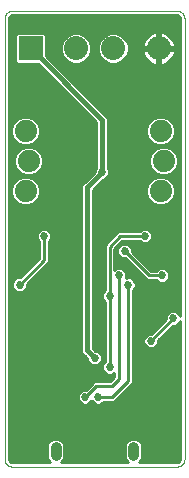
<source format=gbl>
G75*
%MOIN*%
%OFA0B0*%
%FSLAX25Y25*%
%IPPOS*%
%LPD*%
%AMOC8*
5,1,8,0,0,1.08239X$1,22.5*
%
%ADD10C,0.00000*%
%ADD11C,0.07400*%
%ADD12R,0.08000X0.08000*%
%ADD13C,0.08000*%
%ADD14C,0.03543*%
%ADD15C,0.01000*%
%ADD16C,0.02700*%
%ADD17C,0.01600*%
D10*
X0035095Y0032058D02*
X0035095Y0178933D01*
X0035097Y0179031D01*
X0035103Y0179129D01*
X0035112Y0179227D01*
X0035126Y0179324D01*
X0035143Y0179421D01*
X0035164Y0179517D01*
X0035189Y0179612D01*
X0035217Y0179706D01*
X0035250Y0179798D01*
X0035285Y0179890D01*
X0035325Y0179980D01*
X0035367Y0180068D01*
X0035414Y0180155D01*
X0035463Y0180239D01*
X0035516Y0180322D01*
X0035572Y0180402D01*
X0035632Y0180481D01*
X0035694Y0180557D01*
X0035759Y0180630D01*
X0035827Y0180701D01*
X0035898Y0180769D01*
X0035971Y0180834D01*
X0036047Y0180896D01*
X0036126Y0180956D01*
X0036206Y0181012D01*
X0036289Y0181065D01*
X0036373Y0181114D01*
X0036460Y0181161D01*
X0036548Y0181203D01*
X0036638Y0181243D01*
X0036730Y0181278D01*
X0036822Y0181311D01*
X0036916Y0181339D01*
X0037011Y0181364D01*
X0037107Y0181385D01*
X0037204Y0181402D01*
X0037301Y0181416D01*
X0037399Y0181425D01*
X0037497Y0181431D01*
X0037595Y0181433D01*
X0092595Y0181433D01*
X0092693Y0181431D01*
X0092791Y0181425D01*
X0092889Y0181416D01*
X0092986Y0181402D01*
X0093083Y0181385D01*
X0093179Y0181364D01*
X0093274Y0181339D01*
X0093368Y0181311D01*
X0093460Y0181278D01*
X0093552Y0181243D01*
X0093642Y0181203D01*
X0093730Y0181161D01*
X0093817Y0181114D01*
X0093901Y0181065D01*
X0093984Y0181012D01*
X0094064Y0180956D01*
X0094143Y0180896D01*
X0094219Y0180834D01*
X0094292Y0180769D01*
X0094363Y0180701D01*
X0094431Y0180630D01*
X0094496Y0180557D01*
X0094558Y0180481D01*
X0094618Y0180402D01*
X0094674Y0180322D01*
X0094727Y0180239D01*
X0094776Y0180155D01*
X0094823Y0180068D01*
X0094865Y0179980D01*
X0094905Y0179890D01*
X0094940Y0179798D01*
X0094973Y0179706D01*
X0095001Y0179612D01*
X0095026Y0179517D01*
X0095047Y0179421D01*
X0095064Y0179324D01*
X0095078Y0179227D01*
X0095087Y0179129D01*
X0095093Y0179031D01*
X0095095Y0178933D01*
X0095095Y0032058D01*
X0095093Y0031960D01*
X0095087Y0031862D01*
X0095078Y0031764D01*
X0095064Y0031667D01*
X0095047Y0031570D01*
X0095026Y0031474D01*
X0095001Y0031379D01*
X0094973Y0031285D01*
X0094940Y0031193D01*
X0094905Y0031101D01*
X0094865Y0031011D01*
X0094823Y0030923D01*
X0094776Y0030836D01*
X0094727Y0030752D01*
X0094674Y0030669D01*
X0094618Y0030589D01*
X0094558Y0030510D01*
X0094496Y0030434D01*
X0094431Y0030361D01*
X0094363Y0030290D01*
X0094292Y0030222D01*
X0094219Y0030157D01*
X0094143Y0030095D01*
X0094064Y0030035D01*
X0093984Y0029979D01*
X0093901Y0029926D01*
X0093817Y0029877D01*
X0093730Y0029830D01*
X0093642Y0029788D01*
X0093552Y0029748D01*
X0093460Y0029713D01*
X0093368Y0029680D01*
X0093274Y0029652D01*
X0093179Y0029627D01*
X0093083Y0029606D01*
X0092986Y0029589D01*
X0092889Y0029575D01*
X0092791Y0029566D01*
X0092693Y0029560D01*
X0092595Y0029558D01*
X0037595Y0029558D01*
X0037497Y0029560D01*
X0037399Y0029566D01*
X0037301Y0029575D01*
X0037204Y0029589D01*
X0037107Y0029606D01*
X0037011Y0029627D01*
X0036916Y0029652D01*
X0036822Y0029680D01*
X0036730Y0029713D01*
X0036638Y0029748D01*
X0036548Y0029788D01*
X0036460Y0029830D01*
X0036373Y0029877D01*
X0036289Y0029926D01*
X0036206Y0029979D01*
X0036126Y0030035D01*
X0036047Y0030095D01*
X0035971Y0030157D01*
X0035898Y0030222D01*
X0035827Y0030290D01*
X0035759Y0030361D01*
X0035694Y0030434D01*
X0035632Y0030510D01*
X0035572Y0030589D01*
X0035516Y0030669D01*
X0035463Y0030752D01*
X0035414Y0030836D01*
X0035367Y0030923D01*
X0035325Y0031011D01*
X0035285Y0031101D01*
X0035250Y0031193D01*
X0035217Y0031285D01*
X0035189Y0031379D01*
X0035164Y0031474D01*
X0035143Y0031570D01*
X0035126Y0031667D01*
X0035112Y0031764D01*
X0035103Y0031862D01*
X0035097Y0031960D01*
X0035095Y0032058D01*
D11*
X0042095Y0121433D03*
X0043095Y0131433D03*
X0042095Y0141433D03*
X0087095Y0141433D03*
X0088095Y0131433D03*
X0087095Y0121433D03*
D12*
X0043770Y0168933D03*
D13*
X0058950Y0168933D03*
X0071329Y0168933D03*
X0086509Y0168933D03*
D14*
X0078087Y0036049D02*
X0078087Y0036049D01*
X0078087Y0033293D01*
X0078087Y0033293D01*
X0078087Y0036049D01*
X0052103Y0036049D02*
X0052103Y0036049D01*
X0052103Y0033293D01*
X0052103Y0033293D01*
X0052103Y0036049D01*
D15*
X0049231Y0035923D02*
X0036595Y0035923D01*
X0036595Y0036921D02*
X0049356Y0036921D01*
X0049231Y0036620D02*
X0049231Y0032722D01*
X0049669Y0031667D01*
X0050277Y0031058D01*
X0037595Y0031058D01*
X0037336Y0031092D01*
X0036888Y0031351D01*
X0036629Y0031799D01*
X0036595Y0032058D01*
X0036595Y0178933D01*
X0036629Y0179192D01*
X0036888Y0179640D01*
X0037336Y0179899D01*
X0037595Y0179933D01*
X0092595Y0179933D01*
X0092854Y0179899D01*
X0093302Y0179640D01*
X0093561Y0179192D01*
X0093595Y0178933D01*
X0093595Y0079903D01*
X0093422Y0080321D01*
X0092733Y0081010D01*
X0091832Y0081383D01*
X0090858Y0081383D01*
X0089957Y0081010D01*
X0089268Y0080321D01*
X0088895Y0079420D01*
X0088895Y0078746D01*
X0084032Y0073883D01*
X0083358Y0073883D01*
X0082457Y0073510D01*
X0081768Y0072821D01*
X0081395Y0071920D01*
X0081395Y0070946D01*
X0081768Y0070045D01*
X0082457Y0069356D01*
X0083358Y0068983D01*
X0084332Y0068983D01*
X0085233Y0069356D01*
X0085922Y0070045D01*
X0086295Y0070946D01*
X0086295Y0071620D01*
X0091158Y0076483D01*
X0091832Y0076483D01*
X0092733Y0076856D01*
X0093422Y0077545D01*
X0093595Y0077963D01*
X0093595Y0032058D01*
X0093561Y0031799D01*
X0093302Y0031351D01*
X0092854Y0031092D01*
X0092595Y0031058D01*
X0079913Y0031058D01*
X0080522Y0031667D01*
X0080959Y0032722D01*
X0080959Y0036620D01*
X0080522Y0037676D01*
X0079714Y0038484D01*
X0078658Y0038921D01*
X0077516Y0038921D01*
X0076461Y0038484D01*
X0075653Y0037676D01*
X0075216Y0036620D01*
X0075216Y0032722D01*
X0075653Y0031667D01*
X0076261Y0031058D01*
X0053929Y0031058D01*
X0054537Y0031667D01*
X0054975Y0032722D01*
X0054975Y0036620D01*
X0054537Y0037676D01*
X0053730Y0038484D01*
X0052674Y0038921D01*
X0051532Y0038921D01*
X0050476Y0038484D01*
X0049669Y0037676D01*
X0049231Y0036620D01*
X0049912Y0037920D02*
X0036595Y0037920D01*
X0036595Y0038918D02*
X0051525Y0038918D01*
X0052681Y0038918D02*
X0077510Y0038918D01*
X0078665Y0038918D02*
X0093595Y0038918D01*
X0093595Y0037920D02*
X0080278Y0037920D01*
X0080834Y0036921D02*
X0093595Y0036921D01*
X0093595Y0035923D02*
X0080959Y0035923D01*
X0080959Y0034924D02*
X0093595Y0034924D01*
X0093595Y0033926D02*
X0080959Y0033926D01*
X0080959Y0032927D02*
X0093595Y0032927D01*
X0093578Y0031929D02*
X0080630Y0031929D01*
X0075544Y0031929D02*
X0054646Y0031929D01*
X0054975Y0032927D02*
X0075216Y0032927D01*
X0075216Y0033926D02*
X0054975Y0033926D01*
X0054975Y0034924D02*
X0075216Y0034924D01*
X0075216Y0035923D02*
X0054975Y0035923D01*
X0054850Y0036921D02*
X0075340Y0036921D01*
X0075897Y0037920D02*
X0054294Y0037920D01*
X0049231Y0034924D02*
X0036595Y0034924D01*
X0036595Y0033926D02*
X0049231Y0033926D01*
X0049231Y0032927D02*
X0036595Y0032927D01*
X0036612Y0031929D02*
X0049560Y0031929D01*
X0060582Y0050606D02*
X0061483Y0050233D01*
X0062457Y0050233D01*
X0063358Y0050606D01*
X0064047Y0051295D01*
X0064158Y0051562D01*
X0064268Y0051295D01*
X0064957Y0050606D01*
X0065858Y0050233D01*
X0066832Y0050233D01*
X0067733Y0050606D01*
X0068210Y0051083D01*
X0071631Y0051083D01*
X0072569Y0052020D01*
X0077945Y0057397D01*
X0077945Y0088318D01*
X0078422Y0088795D01*
X0078795Y0089696D01*
X0078795Y0090670D01*
X0078422Y0091571D01*
X0077733Y0092260D01*
X0076832Y0092633D01*
X0075858Y0092633D01*
X0075537Y0092500D01*
X0075670Y0092821D01*
X0075670Y0093795D01*
X0075297Y0094696D01*
X0074608Y0095385D01*
X0073707Y0095758D01*
X0072733Y0095758D01*
X0071832Y0095385D01*
X0071695Y0095248D01*
X0071695Y0102235D01*
X0074293Y0104833D01*
X0080105Y0104833D01*
X0080582Y0104356D01*
X0081483Y0103983D01*
X0082457Y0103983D01*
X0083358Y0104356D01*
X0084047Y0105045D01*
X0084420Y0105946D01*
X0084420Y0106920D01*
X0084047Y0107821D01*
X0083358Y0108510D01*
X0082457Y0108883D01*
X0081483Y0108883D01*
X0080582Y0108510D01*
X0080105Y0108033D01*
X0072968Y0108033D01*
X0072031Y0107096D01*
X0068495Y0103560D01*
X0068495Y0088298D01*
X0068018Y0087821D01*
X0067645Y0086920D01*
X0067645Y0085946D01*
X0068018Y0085045D01*
X0068495Y0084568D01*
X0068495Y0064548D01*
X0068018Y0064071D01*
X0067645Y0063170D01*
X0067645Y0062196D01*
X0068018Y0061295D01*
X0068707Y0060606D01*
X0069608Y0060233D01*
X0070582Y0060233D01*
X0071483Y0060606D01*
X0071620Y0060743D01*
X0071620Y0059349D01*
X0070304Y0058033D01*
X0065057Y0058033D01*
X0064120Y0057096D01*
X0064120Y0057096D01*
X0062157Y0055133D01*
X0061483Y0055133D01*
X0060582Y0054760D01*
X0059893Y0054071D01*
X0059520Y0053170D01*
X0059520Y0052196D01*
X0059893Y0051295D01*
X0060582Y0050606D01*
X0060288Y0050900D02*
X0036595Y0050900D01*
X0036595Y0049902D02*
X0093595Y0049902D01*
X0093595Y0050900D02*
X0068027Y0050900D01*
X0066345Y0052683D02*
X0070969Y0052683D01*
X0076345Y0058060D01*
X0076345Y0090183D01*
X0078154Y0091839D02*
X0082426Y0091839D01*
X0082557Y0091708D02*
X0085730Y0091708D01*
X0086207Y0091231D01*
X0087108Y0090858D01*
X0088082Y0090858D01*
X0088983Y0091231D01*
X0089672Y0091920D01*
X0090045Y0092821D01*
X0090045Y0093795D01*
X0089672Y0094696D01*
X0088983Y0095385D01*
X0088082Y0095758D01*
X0087108Y0095758D01*
X0086207Y0095385D01*
X0085730Y0094908D01*
X0083883Y0094908D01*
X0077545Y0101246D01*
X0077545Y0101920D01*
X0077172Y0102821D01*
X0076483Y0103510D01*
X0075582Y0103883D01*
X0074608Y0103883D01*
X0073707Y0103510D01*
X0073018Y0102821D01*
X0072645Y0101920D01*
X0072645Y0100946D01*
X0073018Y0100045D01*
X0073707Y0099356D01*
X0074608Y0098983D01*
X0075282Y0098983D01*
X0082557Y0091708D01*
X0081428Y0092838D02*
X0075670Y0092838D01*
X0075653Y0093836D02*
X0080429Y0093836D01*
X0079431Y0094835D02*
X0075158Y0094835D01*
X0076435Y0097830D02*
X0071695Y0097830D01*
X0071695Y0096832D02*
X0077434Y0096832D01*
X0078432Y0095833D02*
X0071695Y0095833D01*
X0073220Y0093308D02*
X0073220Y0058687D01*
X0070967Y0056433D01*
X0065720Y0056433D01*
X0061970Y0052683D01*
X0063652Y0050900D02*
X0064663Y0050900D01*
X0062917Y0055893D02*
X0036595Y0055893D01*
X0036595Y0056891D02*
X0063916Y0056891D01*
X0064914Y0057890D02*
X0036595Y0057890D01*
X0036595Y0058888D02*
X0071159Y0058888D01*
X0071620Y0059887D02*
X0036595Y0059887D01*
X0036595Y0060885D02*
X0068428Y0060885D01*
X0067774Y0061884D02*
X0036595Y0061884D01*
X0036595Y0062882D02*
X0067645Y0062882D01*
X0067939Y0063881D02*
X0066633Y0063881D01*
X0066483Y0063731D02*
X0067172Y0064420D01*
X0067545Y0065321D01*
X0067545Y0066295D01*
X0067172Y0067196D01*
X0066483Y0067885D01*
X0065582Y0068258D01*
X0065332Y0068258D01*
X0064495Y0069095D01*
X0064495Y0121896D01*
X0067832Y0125233D01*
X0068082Y0125233D01*
X0068983Y0125606D01*
X0069672Y0126295D01*
X0070045Y0127196D01*
X0070045Y0128170D01*
X0069672Y0129071D01*
X0069495Y0129248D01*
X0069495Y0145895D01*
X0068382Y0147008D01*
X0048870Y0166520D01*
X0048870Y0173389D01*
X0048226Y0174033D01*
X0039314Y0174033D01*
X0038670Y0173389D01*
X0038670Y0164477D01*
X0039314Y0163833D01*
X0046183Y0163833D01*
X0065695Y0144321D01*
X0065695Y0129248D01*
X0065518Y0129071D01*
X0065145Y0128170D01*
X0065145Y0127920D01*
X0061808Y0124583D01*
X0060695Y0123470D01*
X0060695Y0067521D01*
X0061808Y0066408D01*
X0062645Y0065571D01*
X0062645Y0065321D01*
X0063018Y0064420D01*
X0063707Y0063731D01*
X0064608Y0063358D01*
X0065582Y0063358D01*
X0066483Y0063731D01*
X0067362Y0064879D02*
X0068495Y0064879D01*
X0068495Y0065878D02*
X0067545Y0065878D01*
X0067304Y0066877D02*
X0068495Y0066877D01*
X0068495Y0067875D02*
X0066493Y0067875D01*
X0064717Y0068874D02*
X0068495Y0068874D01*
X0068495Y0069872D02*
X0064495Y0069872D01*
X0064495Y0070871D02*
X0068495Y0070871D01*
X0068495Y0071869D02*
X0064495Y0071869D01*
X0064495Y0072868D02*
X0068495Y0072868D01*
X0068495Y0073866D02*
X0064495Y0073866D01*
X0064495Y0074865D02*
X0068495Y0074865D01*
X0068495Y0075863D02*
X0064495Y0075863D01*
X0064495Y0076862D02*
X0068495Y0076862D01*
X0068495Y0077860D02*
X0064495Y0077860D01*
X0064495Y0078859D02*
X0068495Y0078859D01*
X0068495Y0079857D02*
X0064495Y0079857D01*
X0064495Y0080856D02*
X0068495Y0080856D01*
X0068495Y0081854D02*
X0064495Y0081854D01*
X0064495Y0082853D02*
X0068495Y0082853D01*
X0068495Y0083851D02*
X0064495Y0083851D01*
X0064495Y0084850D02*
X0068214Y0084850D01*
X0067686Y0085848D02*
X0064495Y0085848D01*
X0064495Y0086847D02*
X0067645Y0086847D01*
X0068042Y0087845D02*
X0064495Y0087845D01*
X0064495Y0088844D02*
X0068495Y0088844D01*
X0068495Y0089842D02*
X0064495Y0089842D01*
X0064495Y0090841D02*
X0068495Y0090841D01*
X0068495Y0091839D02*
X0064495Y0091839D01*
X0064495Y0092838D02*
X0068495Y0092838D01*
X0068495Y0093836D02*
X0064495Y0093836D01*
X0064495Y0094835D02*
X0068495Y0094835D01*
X0068495Y0095833D02*
X0064495Y0095833D01*
X0064495Y0096832D02*
X0068495Y0096832D01*
X0068495Y0097830D02*
X0064495Y0097830D01*
X0064495Y0098829D02*
X0068495Y0098829D01*
X0068495Y0099827D02*
X0064495Y0099827D01*
X0064495Y0100826D02*
X0068495Y0100826D01*
X0068495Y0101824D02*
X0064495Y0101824D01*
X0064495Y0102823D02*
X0068495Y0102823D01*
X0068756Y0103821D02*
X0064495Y0103821D01*
X0064495Y0104820D02*
X0069755Y0104820D01*
X0070753Y0105818D02*
X0064495Y0105818D01*
X0064495Y0106817D02*
X0071752Y0106817D01*
X0072750Y0107815D02*
X0064495Y0107815D01*
X0064495Y0108814D02*
X0081316Y0108814D01*
X0082624Y0108814D02*
X0093595Y0108814D01*
X0093595Y0109812D02*
X0064495Y0109812D01*
X0064495Y0110811D02*
X0093595Y0110811D01*
X0093595Y0111810D02*
X0064495Y0111810D01*
X0064495Y0112808D02*
X0093595Y0112808D01*
X0093595Y0113807D02*
X0064495Y0113807D01*
X0064495Y0114805D02*
X0093595Y0114805D01*
X0093595Y0115804D02*
X0064495Y0115804D01*
X0064495Y0116802D02*
X0085732Y0116802D01*
X0086140Y0116633D02*
X0084376Y0117364D01*
X0083026Y0118714D01*
X0082295Y0120478D01*
X0082295Y0122388D01*
X0083026Y0124152D01*
X0084376Y0125502D01*
X0086140Y0126233D01*
X0088050Y0126233D01*
X0089814Y0125502D01*
X0091164Y0124152D01*
X0091895Y0122388D01*
X0091895Y0120478D01*
X0091164Y0118714D01*
X0089814Y0117364D01*
X0088050Y0116633D01*
X0086140Y0116633D01*
X0088458Y0116802D02*
X0093595Y0116802D01*
X0093595Y0117801D02*
X0090251Y0117801D01*
X0091200Y0118799D02*
X0093595Y0118799D01*
X0093595Y0119798D02*
X0091613Y0119798D01*
X0091895Y0120796D02*
X0093595Y0120796D01*
X0093595Y0121795D02*
X0091895Y0121795D01*
X0091727Y0122793D02*
X0093595Y0122793D01*
X0093595Y0123792D02*
X0091314Y0123792D01*
X0090526Y0124790D02*
X0093595Y0124790D01*
X0093595Y0125789D02*
X0089123Y0125789D01*
X0089050Y0126633D02*
X0087140Y0126633D01*
X0085376Y0127364D01*
X0084026Y0128714D01*
X0083295Y0130478D01*
X0083295Y0132388D01*
X0084026Y0134152D01*
X0085376Y0135502D01*
X0087140Y0136233D01*
X0089050Y0136233D01*
X0090814Y0135502D01*
X0092164Y0134152D01*
X0092895Y0132388D01*
X0092895Y0130478D01*
X0092164Y0128714D01*
X0090814Y0127364D01*
X0089050Y0126633D01*
X0089422Y0126787D02*
X0093595Y0126787D01*
X0093595Y0127786D02*
X0091236Y0127786D01*
X0092193Y0128784D02*
X0093595Y0128784D01*
X0093595Y0129783D02*
X0092607Y0129783D01*
X0092895Y0130781D02*
X0093595Y0130781D01*
X0093595Y0131780D02*
X0092895Y0131780D01*
X0092733Y0132778D02*
X0093595Y0132778D01*
X0093595Y0133777D02*
X0092320Y0133777D01*
X0091541Y0134775D02*
X0093595Y0134775D01*
X0093595Y0135774D02*
X0090159Y0135774D01*
X0089814Y0137364D02*
X0091164Y0138714D01*
X0091895Y0140478D01*
X0091895Y0142388D01*
X0091164Y0144152D01*
X0089814Y0145502D01*
X0088050Y0146233D01*
X0086140Y0146233D01*
X0084376Y0145502D01*
X0083026Y0144152D01*
X0082295Y0142388D01*
X0082295Y0140478D01*
X0083026Y0138714D01*
X0084376Y0137364D01*
X0086140Y0136633D01*
X0088050Y0136633D01*
X0089814Y0137364D01*
X0090221Y0137771D02*
X0093595Y0137771D01*
X0093595Y0138769D02*
X0091187Y0138769D01*
X0091601Y0139768D02*
X0093595Y0139768D01*
X0093595Y0140766D02*
X0091895Y0140766D01*
X0091895Y0141765D02*
X0093595Y0141765D01*
X0093595Y0142763D02*
X0091740Y0142763D01*
X0091326Y0143762D02*
X0093595Y0143762D01*
X0093595Y0144760D02*
X0090556Y0144760D01*
X0089195Y0145759D02*
X0093595Y0145759D01*
X0093595Y0146757D02*
X0068633Y0146757D01*
X0069495Y0145759D02*
X0084996Y0145759D01*
X0083634Y0144760D02*
X0069495Y0144760D01*
X0069495Y0143762D02*
X0082864Y0143762D01*
X0082451Y0142763D02*
X0069495Y0142763D01*
X0069495Y0141765D02*
X0082295Y0141765D01*
X0082295Y0140766D02*
X0069495Y0140766D01*
X0069495Y0139768D02*
X0082589Y0139768D01*
X0083003Y0138769D02*
X0069495Y0138769D01*
X0069495Y0137771D02*
X0083969Y0137771D01*
X0084649Y0134775D02*
X0069495Y0134775D01*
X0069495Y0133777D02*
X0083870Y0133777D01*
X0083457Y0132778D02*
X0069495Y0132778D01*
X0069495Y0131780D02*
X0083295Y0131780D01*
X0083295Y0130781D02*
X0069495Y0130781D01*
X0069495Y0129783D02*
X0083583Y0129783D01*
X0083997Y0128784D02*
X0069791Y0128784D01*
X0070045Y0127786D02*
X0084954Y0127786D01*
X0085068Y0125789D02*
X0069166Y0125789D01*
X0069876Y0126787D02*
X0086768Y0126787D01*
X0083664Y0124790D02*
X0067389Y0124790D01*
X0066391Y0123792D02*
X0082877Y0123792D01*
X0082463Y0122793D02*
X0065392Y0122793D01*
X0064495Y0121795D02*
X0082295Y0121795D01*
X0082295Y0120796D02*
X0064495Y0120796D01*
X0064495Y0119798D02*
X0082577Y0119798D01*
X0082991Y0118799D02*
X0064495Y0118799D01*
X0064495Y0117801D02*
X0083939Y0117801D01*
X0084049Y0107815D02*
X0093595Y0107815D01*
X0093595Y0106817D02*
X0084420Y0106817D01*
X0084367Y0105818D02*
X0093595Y0105818D01*
X0093595Y0104820D02*
X0083822Y0104820D01*
X0081970Y0106433D02*
X0073631Y0106433D01*
X0070095Y0102898D01*
X0070095Y0086433D01*
X0070095Y0062683D01*
X0063557Y0063881D02*
X0036595Y0063881D01*
X0036595Y0064879D02*
X0062828Y0064879D01*
X0062338Y0065878D02*
X0036595Y0065878D01*
X0036595Y0066877D02*
X0061340Y0066877D01*
X0060695Y0067875D02*
X0036595Y0067875D01*
X0036595Y0068874D02*
X0060695Y0068874D01*
X0060695Y0069872D02*
X0036595Y0069872D01*
X0036595Y0070871D02*
X0060695Y0070871D01*
X0060695Y0071869D02*
X0036595Y0071869D01*
X0036595Y0072868D02*
X0060695Y0072868D01*
X0060695Y0073866D02*
X0036595Y0073866D01*
X0036595Y0074865D02*
X0060695Y0074865D01*
X0060695Y0075863D02*
X0036595Y0075863D01*
X0036595Y0076862D02*
X0060695Y0076862D01*
X0060695Y0077860D02*
X0036595Y0077860D01*
X0036595Y0078859D02*
X0060695Y0078859D01*
X0060695Y0079857D02*
X0036595Y0079857D01*
X0036595Y0080856D02*
X0060695Y0080856D01*
X0060695Y0081854D02*
X0036595Y0081854D01*
X0036595Y0082853D02*
X0060695Y0082853D01*
X0060695Y0083851D02*
X0036595Y0083851D01*
X0036595Y0084850D02*
X0060695Y0084850D01*
X0060695Y0085848D02*
X0036595Y0085848D01*
X0036595Y0086847D02*
X0060695Y0086847D01*
X0060695Y0087845D02*
X0040853Y0087845D01*
X0040582Y0087733D02*
X0041483Y0088106D01*
X0042172Y0088795D01*
X0042545Y0089696D01*
X0042545Y0090370D01*
X0048883Y0096708D01*
X0049820Y0097645D01*
X0049820Y0104568D01*
X0050297Y0105045D01*
X0050670Y0105946D01*
X0050670Y0106920D01*
X0050297Y0107821D01*
X0049608Y0108510D01*
X0048707Y0108883D01*
X0047733Y0108883D01*
X0046832Y0108510D01*
X0046143Y0107821D01*
X0045770Y0106920D01*
X0045770Y0105946D01*
X0046143Y0105045D01*
X0046620Y0104568D01*
X0046620Y0098971D01*
X0040282Y0092633D01*
X0039608Y0092633D01*
X0038707Y0092260D01*
X0038018Y0091571D01*
X0037645Y0090670D01*
X0037645Y0089696D01*
X0038018Y0088795D01*
X0038707Y0088106D01*
X0039608Y0087733D01*
X0040582Y0087733D01*
X0039337Y0087845D02*
X0036595Y0087845D01*
X0036595Y0088844D02*
X0037998Y0088844D01*
X0037645Y0089842D02*
X0036595Y0089842D01*
X0036595Y0090841D02*
X0037716Y0090841D01*
X0038287Y0091839D02*
X0036595Y0091839D01*
X0036595Y0092838D02*
X0040487Y0092838D01*
X0041486Y0093836D02*
X0036595Y0093836D01*
X0036595Y0094835D02*
X0042484Y0094835D01*
X0043483Y0095833D02*
X0036595Y0095833D01*
X0036595Y0096832D02*
X0044481Y0096832D01*
X0045480Y0097830D02*
X0036595Y0097830D01*
X0036595Y0098829D02*
X0046478Y0098829D01*
X0046620Y0099827D02*
X0036595Y0099827D01*
X0036595Y0100826D02*
X0046620Y0100826D01*
X0046620Y0101824D02*
X0036595Y0101824D01*
X0036595Y0102823D02*
X0046620Y0102823D01*
X0046620Y0103821D02*
X0036595Y0103821D01*
X0036595Y0104820D02*
X0046368Y0104820D01*
X0045823Y0105818D02*
X0036595Y0105818D01*
X0036595Y0106817D02*
X0045770Y0106817D01*
X0046141Y0107815D02*
X0036595Y0107815D01*
X0036595Y0108814D02*
X0047566Y0108814D01*
X0048220Y0106433D02*
X0048220Y0098308D01*
X0040095Y0090183D01*
X0042545Y0089842D02*
X0060695Y0089842D01*
X0060695Y0088844D02*
X0042192Y0088844D01*
X0043016Y0090841D02*
X0060695Y0090841D01*
X0060695Y0091839D02*
X0044014Y0091839D01*
X0045013Y0092838D02*
X0060695Y0092838D01*
X0060695Y0093836D02*
X0046011Y0093836D01*
X0047010Y0094835D02*
X0060695Y0094835D01*
X0060695Y0095833D02*
X0048008Y0095833D01*
X0049007Y0096832D02*
X0060695Y0096832D01*
X0060695Y0097830D02*
X0049820Y0097830D01*
X0049820Y0098829D02*
X0060695Y0098829D01*
X0060695Y0099827D02*
X0049820Y0099827D01*
X0049820Y0100826D02*
X0060695Y0100826D01*
X0060695Y0101824D02*
X0049820Y0101824D01*
X0049820Y0102823D02*
X0060695Y0102823D01*
X0060695Y0103821D02*
X0049820Y0103821D01*
X0050072Y0104820D02*
X0060695Y0104820D01*
X0060695Y0105818D02*
X0050617Y0105818D01*
X0050670Y0106817D02*
X0060695Y0106817D01*
X0060695Y0107815D02*
X0050299Y0107815D01*
X0048874Y0108814D02*
X0060695Y0108814D01*
X0060695Y0109812D02*
X0036595Y0109812D01*
X0036595Y0110811D02*
X0060695Y0110811D01*
X0060695Y0111810D02*
X0036595Y0111810D01*
X0036595Y0112808D02*
X0060695Y0112808D01*
X0060695Y0113807D02*
X0036595Y0113807D01*
X0036595Y0114805D02*
X0060695Y0114805D01*
X0060695Y0115804D02*
X0036595Y0115804D01*
X0036595Y0116802D02*
X0040732Y0116802D01*
X0041140Y0116633D02*
X0043050Y0116633D01*
X0044814Y0117364D01*
X0046164Y0118714D01*
X0046895Y0120478D01*
X0046895Y0122388D01*
X0046164Y0124152D01*
X0044814Y0125502D01*
X0043050Y0126233D01*
X0041140Y0126233D01*
X0039376Y0125502D01*
X0038026Y0124152D01*
X0037295Y0122388D01*
X0037295Y0120478D01*
X0038026Y0118714D01*
X0039376Y0117364D01*
X0041140Y0116633D01*
X0043458Y0116802D02*
X0060695Y0116802D01*
X0060695Y0117801D02*
X0045251Y0117801D01*
X0046200Y0118799D02*
X0060695Y0118799D01*
X0060695Y0119798D02*
X0046613Y0119798D01*
X0046895Y0120796D02*
X0060695Y0120796D01*
X0060695Y0121795D02*
X0046895Y0121795D01*
X0046727Y0122793D02*
X0060695Y0122793D01*
X0061017Y0123792D02*
X0046314Y0123792D01*
X0045526Y0124790D02*
X0062015Y0124790D01*
X0063014Y0125789D02*
X0044123Y0125789D01*
X0044050Y0126633D02*
X0045814Y0127364D01*
X0047164Y0128714D01*
X0047895Y0130478D01*
X0047895Y0132388D01*
X0047164Y0134152D01*
X0045814Y0135502D01*
X0044050Y0136233D01*
X0042140Y0136233D01*
X0040376Y0135502D01*
X0039026Y0134152D01*
X0038295Y0132388D01*
X0038295Y0130478D01*
X0039026Y0128714D01*
X0040376Y0127364D01*
X0042140Y0126633D01*
X0044050Y0126633D01*
X0044422Y0126787D02*
X0064012Y0126787D01*
X0065011Y0127786D02*
X0046236Y0127786D01*
X0047193Y0128784D02*
X0065399Y0128784D01*
X0065695Y0129783D02*
X0047607Y0129783D01*
X0047895Y0130781D02*
X0065695Y0130781D01*
X0065695Y0131780D02*
X0047895Y0131780D01*
X0047733Y0132778D02*
X0065695Y0132778D01*
X0065695Y0133777D02*
X0047320Y0133777D01*
X0046541Y0134775D02*
X0065695Y0134775D01*
X0065695Y0135774D02*
X0045159Y0135774D01*
X0044814Y0137364D02*
X0043050Y0136633D01*
X0041140Y0136633D01*
X0039376Y0137364D01*
X0038026Y0138714D01*
X0037295Y0140478D01*
X0037295Y0142388D01*
X0038026Y0144152D01*
X0039376Y0145502D01*
X0041140Y0146233D01*
X0043050Y0146233D01*
X0044814Y0145502D01*
X0046164Y0144152D01*
X0046895Y0142388D01*
X0046895Y0140478D01*
X0046164Y0138714D01*
X0044814Y0137364D01*
X0045221Y0137771D02*
X0065695Y0137771D01*
X0065695Y0138769D02*
X0046187Y0138769D01*
X0046601Y0139768D02*
X0065695Y0139768D01*
X0065695Y0140766D02*
X0046895Y0140766D01*
X0046895Y0141765D02*
X0065695Y0141765D01*
X0065695Y0142763D02*
X0046740Y0142763D01*
X0046326Y0143762D02*
X0065695Y0143762D01*
X0065256Y0144760D02*
X0045556Y0144760D01*
X0044195Y0145759D02*
X0064257Y0145759D01*
X0063259Y0146757D02*
X0036595Y0146757D01*
X0036595Y0145759D02*
X0039996Y0145759D01*
X0038634Y0144760D02*
X0036595Y0144760D01*
X0036595Y0143762D02*
X0037864Y0143762D01*
X0037451Y0142763D02*
X0036595Y0142763D01*
X0036595Y0141765D02*
X0037295Y0141765D01*
X0037295Y0140766D02*
X0036595Y0140766D01*
X0036595Y0139768D02*
X0037589Y0139768D01*
X0038003Y0138769D02*
X0036595Y0138769D01*
X0036595Y0137771D02*
X0038969Y0137771D01*
X0039649Y0134775D02*
X0036595Y0134775D01*
X0036595Y0133777D02*
X0038870Y0133777D01*
X0038457Y0132778D02*
X0036595Y0132778D01*
X0036595Y0131780D02*
X0038295Y0131780D01*
X0038295Y0130781D02*
X0036595Y0130781D01*
X0036595Y0129783D02*
X0038583Y0129783D01*
X0038997Y0128784D02*
X0036595Y0128784D01*
X0036595Y0127786D02*
X0039954Y0127786D01*
X0040068Y0125789D02*
X0036595Y0125789D01*
X0036595Y0126787D02*
X0041768Y0126787D01*
X0038664Y0124790D02*
X0036595Y0124790D01*
X0036595Y0123792D02*
X0037877Y0123792D01*
X0037463Y0122793D02*
X0036595Y0122793D01*
X0036595Y0121795D02*
X0037295Y0121795D01*
X0037295Y0120796D02*
X0036595Y0120796D01*
X0036595Y0119798D02*
X0037577Y0119798D01*
X0037991Y0118799D02*
X0036595Y0118799D01*
X0036595Y0117801D02*
X0038939Y0117801D01*
X0041032Y0135774D02*
X0036595Y0135774D01*
X0036595Y0136772D02*
X0040804Y0136772D01*
X0043386Y0136772D02*
X0065695Y0136772D01*
X0069495Y0136772D02*
X0085804Y0136772D01*
X0086032Y0135774D02*
X0069495Y0135774D01*
X0067634Y0147756D02*
X0093595Y0147756D01*
X0093595Y0148754D02*
X0066636Y0148754D01*
X0065637Y0149753D02*
X0093595Y0149753D01*
X0093595Y0150751D02*
X0064639Y0150751D01*
X0063640Y0151750D02*
X0093595Y0151750D01*
X0093595Y0152748D02*
X0062642Y0152748D01*
X0061643Y0153747D02*
X0093595Y0153747D01*
X0093595Y0154745D02*
X0060645Y0154745D01*
X0059646Y0155744D02*
X0093595Y0155744D01*
X0093595Y0156743D02*
X0058648Y0156743D01*
X0057649Y0157741D02*
X0093595Y0157741D01*
X0093595Y0158740D02*
X0056651Y0158740D01*
X0055652Y0159738D02*
X0093595Y0159738D01*
X0093595Y0160737D02*
X0054654Y0160737D01*
X0053655Y0161735D02*
X0093595Y0161735D01*
X0093595Y0162734D02*
X0052657Y0162734D01*
X0051658Y0163732D02*
X0084717Y0163732D01*
X0084397Y0163836D02*
X0085221Y0163569D01*
X0086009Y0163444D01*
X0086009Y0168433D01*
X0087009Y0168433D01*
X0087009Y0169433D01*
X0091998Y0169433D01*
X0091873Y0170221D01*
X0091606Y0171044D01*
X0091213Y0171816D01*
X0090704Y0172516D01*
X0090092Y0173128D01*
X0089391Y0173637D01*
X0088620Y0174030D01*
X0087797Y0174298D01*
X0087009Y0174422D01*
X0087009Y0169433D01*
X0086009Y0169433D01*
X0086009Y0174422D01*
X0085221Y0174298D01*
X0084397Y0174030D01*
X0083626Y0173637D01*
X0082926Y0173128D01*
X0082314Y0172516D01*
X0081805Y0171816D01*
X0081412Y0171044D01*
X0081144Y0170221D01*
X0081019Y0169433D01*
X0086009Y0169433D01*
X0086009Y0168433D01*
X0081019Y0168433D01*
X0081144Y0167645D01*
X0081412Y0166822D01*
X0081805Y0166050D01*
X0082314Y0165350D01*
X0082926Y0164738D01*
X0083626Y0164229D01*
X0084397Y0163836D01*
X0082936Y0164731D02*
X0074339Y0164731D01*
X0074218Y0164609D02*
X0075653Y0166044D01*
X0076429Y0167919D01*
X0076429Y0169948D01*
X0075653Y0171822D01*
X0074218Y0173257D01*
X0072344Y0174033D01*
X0070315Y0174033D01*
X0068440Y0173257D01*
X0067006Y0171822D01*
X0066229Y0169948D01*
X0066229Y0167919D01*
X0067006Y0166044D01*
X0068440Y0164609D01*
X0070315Y0163833D01*
X0072344Y0163833D01*
X0074218Y0164609D01*
X0075338Y0165729D02*
X0082038Y0165729D01*
X0081460Y0166728D02*
X0075936Y0166728D01*
X0076349Y0167726D02*
X0081131Y0167726D01*
X0081065Y0169723D02*
X0076429Y0169723D01*
X0076429Y0168725D02*
X0086009Y0168725D01*
X0086009Y0169723D02*
X0087009Y0169723D01*
X0087009Y0168725D02*
X0093595Y0168725D01*
X0093595Y0169723D02*
X0091952Y0169723D01*
X0091711Y0170722D02*
X0093595Y0170722D01*
X0093595Y0171720D02*
X0091261Y0171720D01*
X0090501Y0172719D02*
X0093595Y0172719D01*
X0093595Y0173717D02*
X0089234Y0173717D01*
X0087009Y0173717D02*
X0086009Y0173717D01*
X0086009Y0172719D02*
X0087009Y0172719D01*
X0087009Y0171720D02*
X0086009Y0171720D01*
X0086009Y0170722D02*
X0087009Y0170722D01*
X0087009Y0168433D02*
X0091998Y0168433D01*
X0091873Y0167645D01*
X0091606Y0166822D01*
X0091213Y0166050D01*
X0090704Y0165350D01*
X0090092Y0164738D01*
X0089391Y0164229D01*
X0088620Y0163836D01*
X0087797Y0163569D01*
X0087009Y0163444D01*
X0087009Y0168433D01*
X0087009Y0167726D02*
X0086009Y0167726D01*
X0086009Y0166728D02*
X0087009Y0166728D01*
X0087009Y0165729D02*
X0086009Y0165729D01*
X0086009Y0164731D02*
X0087009Y0164731D01*
X0087009Y0163732D02*
X0086009Y0163732D01*
X0088300Y0163732D02*
X0093595Y0163732D01*
X0093595Y0164731D02*
X0090082Y0164731D01*
X0090979Y0165729D02*
X0093595Y0165729D01*
X0093595Y0166728D02*
X0091558Y0166728D01*
X0091886Y0167726D02*
X0093595Y0167726D01*
X0093595Y0174716D02*
X0036595Y0174716D01*
X0036595Y0175714D02*
X0093595Y0175714D01*
X0093595Y0176713D02*
X0036595Y0176713D01*
X0036595Y0177711D02*
X0093595Y0177711D01*
X0093595Y0178710D02*
X0036595Y0178710D01*
X0037006Y0179708D02*
X0093184Y0179708D01*
X0083783Y0173717D02*
X0073106Y0173717D01*
X0074756Y0172719D02*
X0082516Y0172719D01*
X0081756Y0171720D02*
X0075695Y0171720D01*
X0076109Y0170722D02*
X0081307Y0170722D01*
X0069552Y0173717D02*
X0060727Y0173717D01*
X0059964Y0174033D02*
X0057935Y0174033D01*
X0056061Y0173257D01*
X0054626Y0171822D01*
X0053850Y0169948D01*
X0053850Y0167919D01*
X0054626Y0166044D01*
X0056061Y0164609D01*
X0057935Y0163833D01*
X0059964Y0163833D01*
X0061839Y0164609D01*
X0063273Y0166044D01*
X0064050Y0167919D01*
X0064050Y0169948D01*
X0063273Y0171822D01*
X0061839Y0173257D01*
X0059964Y0174033D01*
X0062377Y0172719D02*
X0067902Y0172719D01*
X0066963Y0171720D02*
X0063315Y0171720D01*
X0063729Y0170722D02*
X0066550Y0170722D01*
X0066229Y0169723D02*
X0064050Y0169723D01*
X0064050Y0168725D02*
X0066229Y0168725D01*
X0066309Y0167726D02*
X0063970Y0167726D01*
X0063556Y0166728D02*
X0066723Y0166728D01*
X0067321Y0165729D02*
X0062958Y0165729D01*
X0061960Y0164731D02*
X0068319Y0164731D01*
X0059265Y0150751D02*
X0036595Y0150751D01*
X0036595Y0149753D02*
X0060263Y0149753D01*
X0061262Y0148754D02*
X0036595Y0148754D01*
X0036595Y0147756D02*
X0062260Y0147756D01*
X0058266Y0151750D02*
X0036595Y0151750D01*
X0036595Y0152748D02*
X0057268Y0152748D01*
X0056269Y0153747D02*
X0036595Y0153747D01*
X0036595Y0154745D02*
X0055271Y0154745D01*
X0054272Y0155744D02*
X0036595Y0155744D01*
X0036595Y0156743D02*
X0053274Y0156743D01*
X0052275Y0157741D02*
X0036595Y0157741D01*
X0036595Y0158740D02*
X0051277Y0158740D01*
X0050278Y0159738D02*
X0036595Y0159738D01*
X0036595Y0160737D02*
X0049280Y0160737D01*
X0048281Y0161735D02*
X0036595Y0161735D01*
X0036595Y0162734D02*
X0047283Y0162734D01*
X0046284Y0163732D02*
X0036595Y0163732D01*
X0036595Y0164731D02*
X0038670Y0164731D01*
X0038670Y0165729D02*
X0036595Y0165729D01*
X0036595Y0166728D02*
X0038670Y0166728D01*
X0038670Y0167726D02*
X0036595Y0167726D01*
X0036595Y0168725D02*
X0038670Y0168725D01*
X0038670Y0169723D02*
X0036595Y0169723D01*
X0036595Y0170722D02*
X0038670Y0170722D01*
X0038670Y0171720D02*
X0036595Y0171720D01*
X0036595Y0172719D02*
X0038670Y0172719D01*
X0038999Y0173717D02*
X0036595Y0173717D01*
X0048542Y0173717D02*
X0057173Y0173717D01*
X0055523Y0172719D02*
X0048870Y0172719D01*
X0048870Y0171720D02*
X0054584Y0171720D01*
X0054170Y0170722D02*
X0048870Y0170722D01*
X0048870Y0169723D02*
X0053850Y0169723D01*
X0053850Y0168725D02*
X0048870Y0168725D01*
X0048870Y0167726D02*
X0053929Y0167726D01*
X0054343Y0166728D02*
X0048870Y0166728D01*
X0049661Y0165729D02*
X0054941Y0165729D01*
X0055940Y0164731D02*
X0050660Y0164731D01*
X0074280Y0104820D02*
X0080118Y0104820D01*
X0077545Y0101824D02*
X0093595Y0101824D01*
X0093595Y0100826D02*
X0077965Y0100826D01*
X0078964Y0099827D02*
X0093595Y0099827D01*
X0093595Y0098829D02*
X0079962Y0098829D01*
X0080961Y0097830D02*
X0093595Y0097830D01*
X0093595Y0096832D02*
X0081959Y0096832D01*
X0082958Y0095833D02*
X0093595Y0095833D01*
X0093595Y0094835D02*
X0089533Y0094835D01*
X0090028Y0093836D02*
X0093595Y0093836D01*
X0093595Y0092838D02*
X0090045Y0092838D01*
X0089591Y0091839D02*
X0093595Y0091839D01*
X0093595Y0090841D02*
X0078725Y0090841D01*
X0078795Y0089842D02*
X0093595Y0089842D01*
X0093595Y0088844D02*
X0078442Y0088844D01*
X0077945Y0087845D02*
X0093595Y0087845D01*
X0093595Y0086847D02*
X0077945Y0086847D01*
X0077945Y0085848D02*
X0093595Y0085848D01*
X0093595Y0084850D02*
X0077945Y0084850D01*
X0077945Y0083851D02*
X0093595Y0083851D01*
X0093595Y0082853D02*
X0077945Y0082853D01*
X0077945Y0081854D02*
X0093595Y0081854D01*
X0093595Y0080856D02*
X0092887Y0080856D01*
X0091345Y0078933D02*
X0083845Y0071433D01*
X0083317Y0073866D02*
X0077945Y0073866D01*
X0077945Y0072868D02*
X0081815Y0072868D01*
X0081395Y0071869D02*
X0077945Y0071869D01*
X0077945Y0070871D02*
X0081426Y0070871D01*
X0081941Y0069872D02*
X0077945Y0069872D01*
X0077945Y0068874D02*
X0093595Y0068874D01*
X0093595Y0069872D02*
X0085749Y0069872D01*
X0086264Y0070871D02*
X0093595Y0070871D01*
X0093595Y0071869D02*
X0086544Y0071869D01*
X0087542Y0072868D02*
X0093595Y0072868D01*
X0093595Y0073866D02*
X0088541Y0073866D01*
X0089539Y0074865D02*
X0093595Y0074865D01*
X0093595Y0075863D02*
X0090538Y0075863D01*
X0092739Y0076862D02*
X0093595Y0076862D01*
X0093553Y0077860D02*
X0093595Y0077860D01*
X0089803Y0080856D02*
X0077945Y0080856D01*
X0077945Y0079857D02*
X0089076Y0079857D01*
X0088895Y0078859D02*
X0077945Y0078859D01*
X0077945Y0077860D02*
X0088009Y0077860D01*
X0087011Y0076862D02*
X0077945Y0076862D01*
X0077945Y0075863D02*
X0086012Y0075863D01*
X0085014Y0074865D02*
X0077945Y0074865D01*
X0077945Y0067875D02*
X0093595Y0067875D01*
X0093595Y0066877D02*
X0077945Y0066877D01*
X0077945Y0065878D02*
X0093595Y0065878D01*
X0093595Y0064879D02*
X0077945Y0064879D01*
X0077945Y0063881D02*
X0093595Y0063881D01*
X0093595Y0062882D02*
X0077945Y0062882D01*
X0077945Y0061884D02*
X0093595Y0061884D01*
X0093595Y0060885D02*
X0077945Y0060885D01*
X0077945Y0059887D02*
X0093595Y0059887D01*
X0093595Y0058888D02*
X0077945Y0058888D01*
X0077945Y0057890D02*
X0093595Y0057890D01*
X0093595Y0056891D02*
X0077440Y0056891D01*
X0076441Y0055893D02*
X0093595Y0055893D01*
X0093595Y0054894D02*
X0075443Y0054894D01*
X0074444Y0053896D02*
X0093595Y0053896D01*
X0093595Y0052897D02*
X0073446Y0052897D01*
X0072447Y0051899D02*
X0093595Y0051899D01*
X0093595Y0048903D02*
X0036595Y0048903D01*
X0036595Y0047905D02*
X0093595Y0047905D01*
X0093595Y0046906D02*
X0036595Y0046906D01*
X0036595Y0045908D02*
X0093595Y0045908D01*
X0093595Y0044909D02*
X0036595Y0044909D01*
X0036595Y0043911D02*
X0093595Y0043911D01*
X0093595Y0042912D02*
X0036595Y0042912D01*
X0036595Y0041914D02*
X0093595Y0041914D01*
X0093595Y0040915D02*
X0036595Y0040915D01*
X0036595Y0039917D02*
X0093595Y0039917D01*
X0060907Y0054894D02*
X0036595Y0054894D01*
X0036595Y0053896D02*
X0059821Y0053896D01*
X0059520Y0052897D02*
X0036595Y0052897D01*
X0036595Y0051899D02*
X0059643Y0051899D01*
X0083220Y0093308D02*
X0075095Y0101433D01*
X0074459Y0103821D02*
X0073282Y0103821D01*
X0073020Y0102823D02*
X0072283Y0102823D01*
X0072645Y0101824D02*
X0071695Y0101824D01*
X0071695Y0100826D02*
X0072695Y0100826D01*
X0073236Y0099827D02*
X0071695Y0099827D01*
X0071695Y0098829D02*
X0075437Y0098829D01*
X0077170Y0102823D02*
X0093595Y0102823D01*
X0093595Y0103821D02*
X0075731Y0103821D01*
X0083220Y0093308D02*
X0087595Y0093308D01*
X0088386Y0136772D02*
X0093595Y0136772D01*
D16*
X0081970Y0106433D03*
X0075095Y0101433D03*
X0073220Y0093308D03*
X0076345Y0090183D03*
X0070095Y0086433D03*
X0065095Y0065808D03*
X0070095Y0062683D03*
X0066345Y0052683D03*
X0061970Y0052683D03*
X0055720Y0062058D03*
X0050095Y0072058D03*
X0040095Y0090183D03*
X0043845Y0107058D03*
X0048220Y0106433D03*
X0067595Y0127683D03*
X0072595Y0128933D03*
X0087595Y0093308D03*
X0091345Y0078933D03*
X0083845Y0071433D03*
X0085095Y0042058D03*
X0045095Y0042058D03*
D17*
X0065095Y0065808D02*
X0062595Y0068308D01*
X0062595Y0122683D01*
X0067595Y0127683D01*
X0067595Y0145108D01*
X0043770Y0168933D01*
M02*

</source>
